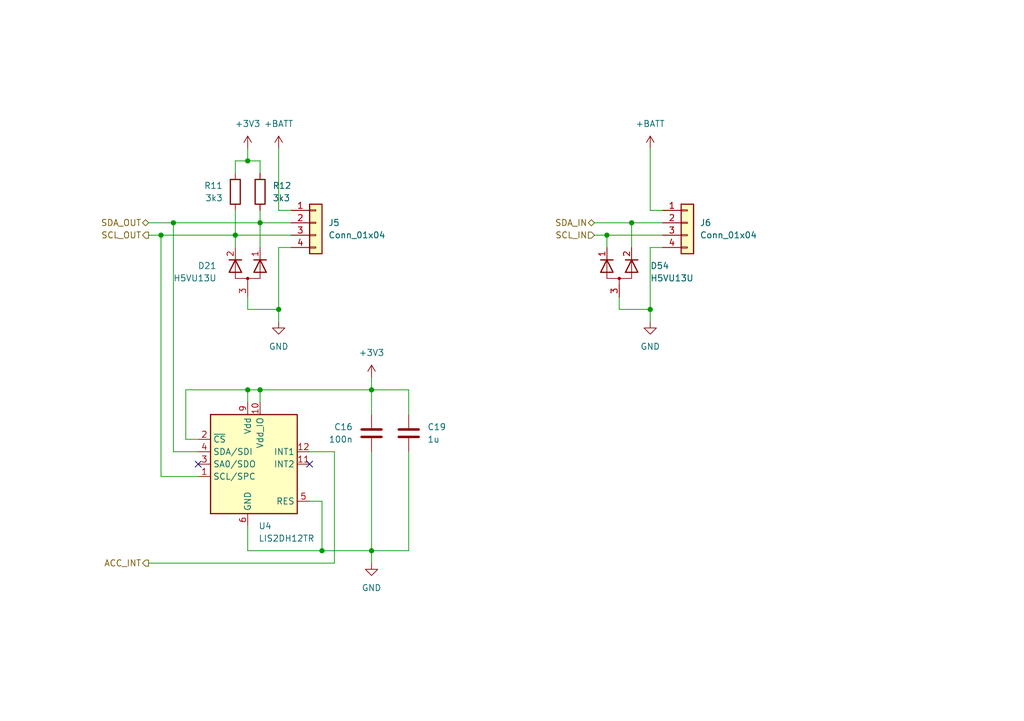
<source format=kicad_sch>
(kicad_sch (version 20230121) (generator eeschema)
  (paper "A5")
  (title_block (title "acceleration sensor and I2C connectors") (date "2024-07-31") (rev "1.0"))
  (lib_symbols
    (symbol "drake_10b:+3V3" (power) (pin_names (offset 0))
      (property "Value" "+3V3" (at 0 3.556 0))
      (symbol "+3V3_0_1"
        (polyline (pts (xy -0.762 1.27) (xy 0 2.54)))
        (polyline (pts (xy 0 0) (xy 0 2.54)))
        (polyline (pts (xy 0 2.54) (xy 0.762 1.27)))
      )
      (symbol "+3V3_1_1"
        (pin power_in line (at 0 0 90) (length 0) hide (name "+3V3") (number "1"))
      )
    )
    (symbol "drake_10b:+BATT" (power) (pin_names (offset 0))
      (property "Value" "+BATT" (at 0 3.556 0))
      (symbol "+BATT_0_1"
        (polyline (pts (xy -0.762 1.27) (xy 0 2.54)))
        (polyline (pts (xy 0 0) (xy 0 2.54)))
        (polyline (pts (xy 0 2.54) (xy 0.762 1.27)))
      )
      (symbol "+BATT_1_1"
        (pin power_in line (at 0 0 90) (length 0) hide (name "+BATT") (number "1"))
      )
    )
    (symbol "drake_10b:C" (pin_numbers hide) (pin_names (offset 0.254))
      (property "Reference" "C" (at 0.635 2.54 0))
      (property "Value" "C" (at 0.635 -2.54 0))
      (symbol "C_0_1"
        (polyline (pts (xy -2.032 -0.762) (xy 2.032 -0.762)) (stroke (width 0.508)))
        (polyline (pts (xy -2.032 0.762) (xy 2.032 0.762)) (stroke (width 0.508)))
      )
      (symbol "C_1_1"
        (pin passive line (at 0 3.81 270) (length 2.794) (name "~") (number "1"))
        (pin passive line (at 0 -3.81 90) (length 2.794) (name "~") (number "2"))
      )
    )
    (symbol "drake_10b:Conn_01x04" (pin_names (offset 1.016) hide)
      (property "Reference" "J" (at 0 5.08 0))
      (property "Value" "Conn_01x04" (at 0 -7.62 0))
      (symbol "Conn_01x04_1_1"
        (rectangle (start -1.27 -4.953) (end 0 -5.207) (stroke (width 0.1524)))
        (rectangle (start -1.27 -2.413) (end 0 -2.667) (stroke (width 0.1524)))
        (rectangle (start -1.27 0.127) (end 0 -0.127) (stroke (width 0.1524)))
        (rectangle (start -1.27 2.667) (end 0 2.413) (stroke (width 0.1524)))
        (rectangle (start -1.27 3.81) (end 1.27 -6.35) (stroke (width 0.254)) (fill (type background)))
        (pin passive line (at -5.08 2.54 0) (length 3.81) (name "Pin_1") (number "1"))
        (pin passive line (at -5.08 0 0) (length 3.81) (name "Pin_2") (number "2"))
        (pin passive line (at -5.08 -2.54 0) (length 3.81) (name "Pin_3") (number "3"))
        (pin passive line (at -5.08 -5.08 0) (length 3.81) (name "Pin_4") (number "4"))
      )
    )
    (symbol "drake_10b:D_Dual_CommonAnode_KKA_Parallel" (pin_names (offset 0.762) hide)
      (property "Reference" "D" (at 0 5.08 0))
      (property "Value" "D_Dual_CommonAnode_KKA_Parallel" (at 0 -5.08 0))
      (symbol "D_Dual_CommonAnode_KKA_Parallel_0_0"
        (polyline (pts (xy 2.54 -3.81) (xy 2.54 -1.27)) (stroke (width 0.254)))
        (polyline (pts (xy 2.54 1.27) (xy 2.54 3.81)) (stroke (width 0.254)))
      )
      (symbol "D_Dual_CommonAnode_KKA_Parallel_0_1"
        (circle (center -1.27 0) (radius 0.254) (fill (type outline)))
        (polyline (pts (xy -1.27 0) (xy -2.54 0)))
        (polyline (pts (xy 2.54 2.54) (xy -1.27 2.54) (xy -1.27 -2.54) (xy 2.54 -2.54)))
        (polyline (pts (xy 0 -1.27) (xy 2.54 -2.54) (xy 0 -3.81) (xy 0 -1.27) (xy 0 -1.27) (xy 0 -1.27)) (stroke (width 0.254)))
        (polyline (pts (xy 0 3.81) (xy 2.54 2.54) (xy 0 1.27) (xy 0 3.81) (xy 0 3.81) (xy 0 3.81)) (stroke (width 0.254)))
        (pin passive line (at 5.08 2.54 180) (length 2.54) (name "K") (number "1"))
        (pin passive line (at 5.08 -2.54 180) (length 2.54) (name "K") (number "2"))
        (pin passive line (at -5.08 0 0) (length 2.54) (name "A") (number "3"))
      )
    )
    (symbol "drake_10b:GND" (power) (pin_names (offset 0))
      (property "Value" "GND" (at 0 -3.81 0))
      (symbol "GND_0_1"
        (polyline (pts (xy 0 0) (xy 0 -1.27) (xy 1.27 -1.27) (xy 0 -2.54) (xy -1.27 -1.27) (xy 0 -1.27)))
      )
      (symbol "GND_1_1"
        (pin power_in line (at 0 0 270) (length 0) hide (name "GND") (number "1"))
      )
    )
    (symbol "drake_10b:LIS2HH12"
      (property "Reference" "U" (at -5.08 11.43 0))
      (property "Value" "LIS2HH12" (at 3.81 11.43 0))
      (symbol "LIS2HH12_0_1"
        (rectangle (start -7.62 10.16) (end 10.16 -10.16) (stroke (width 0.254)) (fill (type background)))
      )
      (symbol "LIS2HH12_1_1"
        (pin input line (at -10.16 -2.54 0) (length 2.54) (name "SCL/SPC") (number "1"))
        (pin power_in line (at 2.54 12.7 270) (length 2.54) (name "Vdd_IO") (number "10"))
        (pin output line (at 12.7 0 180) (length 2.54) (name "INT2") (number "11"))
        (pin output line (at 12.7 2.54 180) (length 2.54) (name "INT1") (number "12"))
        (pin input line (at -10.16 5.08 0) (length 2.54) (name "~{CS}") (number "2"))
        (pin bidirectional line (at -10.16 0 0) (length 2.54) (name "SA0/SDO") (number "3"))
        (pin bidirectional line (at -10.16 2.54 0) (length 2.54) (name "SDA/SDI") (number "4"))
        (pin passive line (at 12.7 -7.62 180) (length 2.54) (name "RES") (number "5"))
        (pin power_in line (at 0 -12.7 90) (length 2.54) (name "GND") (number "6"))
        (pin passive line (at 0 -12.7 90) (length 2.54) hide (name "GND") (number "7"))
        (pin passive line (at 0 -12.7 90) (length 2.54) hide (name "GND") (number "8"))
        (pin power_in line (at 0 12.7 270) (length 2.54) (name "Vdd") (number "9"))
      )
    )
    (symbol "drake_10b:R" (pin_numbers hide) (pin_names (offset 0))
      (property "Reference" "R" (at 2.032 0 90))
      (property "Value" "R" (at 0 0 90))
      (symbol "R_0_1"
        (rectangle (start -1.016 -2.54) (end 1.016 2.54) (stroke (width 0.254)))
      )
      (symbol "R_1_1"
        (pin passive line (at 0 3.81 270) (length 1.27) (name "~") (number "1"))
        (pin passive line (at 0 -3.81 90) (length 1.27) (name "~") (number "2"))
      )
    )
  )
  (junction (at 76.2 113.03))
  (junction (at 129.54 45.72))
  (junction (at 53.34 45.72))
  (junction (at 124.46 48.26))
  (junction (at 57.15 63.5))
  (junction (at 50.8 33.02))
  (junction (at 76.2 80.01))
  (junction (at 66.04 113.03))
  (junction (at 33.02 48.26))
  (junction (at 50.8 80.01))
  (junction (at 48.26 48.26))
  (junction (at 35.56 45.72))
  (junction (at 53.34 80.01))
  (junction (at 133.35 63.5))
  (no_connect (at 40.64 95.25))
  (no_connect (at 63.5 95.25))
  (wire (pts (xy 121.92 45.72) (xy 129.54 45.72)))
  (wire (pts (xy 127 63.5) (xy 133.35 63.5)))
  (wire (pts (xy 135.89 50.8) (xy 133.35 50.8)))
  (wire (pts (xy 30.48 115.57) (xy 68.58 115.57)))
  (wire (pts (xy 83.82 80.01) (xy 83.82 85.09)))
  (wire (pts (xy 63.5 92.71) (xy 68.58 92.71)))
  (wire (pts (xy 133.35 30.48) (xy 133.35 43.18)))
  (wire (pts (xy 124.46 48.26) (xy 124.46 50.8)))
  (wire (pts (xy 50.8 33.02) (xy 48.26 33.02)))
  (wire (pts (xy 133.35 43.18) (xy 135.89 43.18)))
  (wire (pts (xy 57.15 43.18) (xy 59.69 43.18)))
  (wire (pts (xy 76.2 80.01) (xy 83.82 80.01)))
  (wire (pts (xy 129.54 45.72) (xy 129.54 50.8)))
  (wire (pts (xy 133.35 50.8) (xy 133.35 63.5)))
  (wire (pts (xy 50.8 80.01) (xy 53.34 80.01)))
  (wire (pts (xy 121.92 48.26) (xy 124.46 48.26)))
  (wire (pts (xy 50.8 60.96) (xy 50.8 63.5)))
  (wire (pts (xy 59.69 50.8) (xy 57.15 50.8)))
  (wire (pts (xy 66.04 102.87) (xy 63.5 102.87)))
  (wire (pts (xy 57.15 30.48) (xy 57.15 43.18)))
  (wire (pts (xy 133.35 63.5) (xy 133.35 66.04)))
  (wire (pts (xy 35.56 92.71) (xy 40.64 92.71)))
  (wire (pts (xy 50.8 80.01) (xy 50.8 82.55)))
  (wire (pts (xy 127 60.96) (xy 127 63.5)))
  (wire (pts (xy 50.8 30.48) (xy 50.8 33.02)))
  (wire (pts (xy 76.2 92.71) (xy 76.2 113.03)))
  (wire (pts (xy 50.8 113.03) (xy 66.04 113.03)))
  (wire (pts (xy 83.82 113.03) (xy 83.82 92.71)))
  (wire (pts (xy 35.56 92.71) (xy 35.56 45.72)))
  (wire (pts (xy 48.26 33.02) (xy 48.26 35.56)))
  (wire (pts (xy 38.1 80.01) (xy 50.8 80.01)))
  (wire (pts (xy 53.34 80.01) (xy 76.2 80.01)))
  (wire (pts (xy 124.46 48.26) (xy 135.89 48.26)))
  (wire (pts (xy 33.02 97.79) (xy 40.64 97.79)))
  (wire (pts (xy 129.54 45.72) (xy 135.89 45.72)))
  (wire (pts (xy 48.26 43.18) (xy 48.26 48.26)))
  (wire (pts (xy 48.26 48.26) (xy 59.69 48.26)))
  (wire (pts (xy 53.34 45.72) (xy 53.34 50.8)))
  (wire (pts (xy 30.48 48.26) (xy 33.02 48.26)))
  (wire (pts (xy 38.1 90.17) (xy 38.1 80.01)))
  (wire (pts (xy 48.26 48.26) (xy 48.26 50.8)))
  (wire (pts (xy 33.02 97.79) (xy 33.02 48.26)))
  (wire (pts (xy 53.34 45.72) (xy 59.69 45.72)))
  (wire (pts (xy 33.02 48.26) (xy 48.26 48.26)))
  (wire (pts (xy 30.48 45.72) (xy 35.56 45.72)))
  (wire (pts (xy 66.04 113.03) (xy 76.2 113.03)))
  (wire (pts (xy 76.2 113.03) (xy 83.82 113.03)))
  (wire (pts (xy 40.64 90.17) (xy 38.1 90.17)))
  (wire (pts (xy 50.8 107.95) (xy 50.8 113.03)))
  (wire (pts (xy 50.8 63.5) (xy 57.15 63.5)))
  (wire (pts (xy 57.15 63.5) (xy 57.15 66.04)))
  (wire (pts (xy 76.2 80.01) (xy 76.2 85.09)))
  (wire (pts (xy 76.2 80.01) (xy 76.2 77.47)))
  (wire (pts (xy 53.34 33.02) (xy 53.34 35.56)))
  (wire (pts (xy 53.34 80.01) (xy 53.34 82.55)))
  (wire (pts (xy 57.15 50.8) (xy 57.15 63.5)))
  (wire (pts (xy 50.8 33.02) (xy 53.34 33.02)))
  (wire (pts (xy 53.34 43.18) (xy 53.34 45.72)))
  (wire (pts (xy 68.58 92.71) (xy 68.58 115.57)))
  (wire (pts (xy 76.2 113.03) (xy 76.2 115.57)))
  (wire (pts (xy 66.04 102.87) (xy 66.04 113.03)))
  (wire (pts (xy 35.56 45.72) (xy 53.34 45.72)))
  (hierarchical_label "SCL_IN" (shape input) (at 121.92 48.26 180))
  (hierarchical_label "SDA_IN" (shape bidirectional) (at 121.92 45.72 180))
  (hierarchical_label "ACC_INT" (shape output) (at 30.48 115.57 180))
  (hierarchical_label "SCL_OUT" (shape output) (at 30.48 48.26 180))
  (hierarchical_label "SDA_OUT" (shape bidirectional) (at 30.48 45.72 180))
  (symbol (lib_id "drake_10b:GND") (at 133.35 66.04 0) (unit 1)
    (property "Reference" "#PWR032" (effects hide))
    (property "Value" "GND" (at 133.35 71.12 0))
  )
  (symbol (lib_id "drake_10b:+BATT") (at 133.35 30.48 0) (unit 1)
    (property "Reference" "#PWR031" (effects hide))
    (property "Value" "+BATT" (at 133.35 25.4 0))
  )
  (symbol (lib_id "drake_10b:C") (at 76.2 88.9 0) (mirror y) (unit 1)
    (property "Reference" "C16" (at 72.39 87.63 0) (effects (justify left)))
    (property "Value" "100n" (at 72.39 90.17 0) (effects (justify left)))
    (property "Footprint" "Library:C_0402_1005Metric" (effects hide))
    (property "JLC" "0402" (effects hide))
    (property "LCSC" "C307331" (effects hide))
  )
  (symbol (lib_id "drake_10b:+3V3") (at 76.2 77.47 0) (unit 1)
    (property "Reference" "#PWR05" (effects hide))
    (property "Value" "+3V3" (at 76.2 72.39 0))
  )
  (symbol (lib_id "drake_10b:C") (at 83.82 88.9 0) (unit 1)
    (property "Reference" "C19" (at 87.63 87.63 0) (effects (justify left)))
    (property "Value" "1u" (at 87.63 90.17 0) (effects (justify left)))
    (property "Footprint" "Library:C_0402_1005Metric" (effects hide))
    (property "JLC" "0402" (effects hide))
    (property "LCSC" "C52923" (effects hide))
  )
  (symbol (lib_id "drake_10b:R") (at 53.34 39.37 180) (unit 1)
    (property "Reference" "R12" (at 55.88 38.1 0) (effects (justify right)))
    (property "Value" "3k3" (at 55.88 40.64 0) (effects (justify right)))
    (property "Footprint" "Library:R_0402_1005Metric" (effects hide))
    (property "JLC" "0402" (effects hide))
    (property "LCSC" "C25890" (effects hide))
  )
  (symbol (lib_id "drake_10b:GND") (at 76.2 115.57 0) (unit 1)
    (property "Reference" "#PWR014" (effects hide))
    (property "Value" "GND" (at 76.2 120.65 0))
  )
  (symbol (lib_id "drake_10b:Conn_01x04") (at 64.77 45.72 0) (unit 1)
    (property "Reference" "J5" (at 67.31 45.72 0) (effects (justify left)))
    (property "Value" "Conn_01x04" (at 67.31 48.26 0) (effects (justify left)))
    (property "Footprint" "Library:Jushuo_AFC01-S04FCC-00_1x04-1MP_P0.50_Horizontal" (effects hide))
    (property "JLC" "SMD,P=0.5mm" (effects hide))
    (property "LCSC" "C262260" (effects hide))
  )
  (symbol (lib_id "drake_10b:LIS2HH12") (at 50.8 95.25 0) (unit 1)
    (property "Reference" "U4" (at 52.9941 107.95 0) (effects (justify left)))
    (property "Value" "LIS2DH12TR" (at 52.9941 110.49 0) (effects (justify left)))
    (property "Footprint" "Library:LGA-12_2x2mm_P0.5mm" (effects hide))
    (property "Datasheet" "www.st.com/resource/en/datasheet/lis2hh12.pdf" (effects hide))
    (property "JLC" "LGA-12" (effects hide))
    (property "LCSC" "C110926" (effects hide))
  )
  (symbol (lib_id "drake_10b:+BATT") (at 57.15 30.48 0) (unit 1)
    (property "Reference" "#PWR021" (effects hide))
    (property "Value" "+BATT" (at 57.15 25.4 0))
  )
  (symbol (lib_id "drake_10b:+3V3") (at 50.8 30.48 0) (unit 1)
    (property "Reference" "#PWR015" (effects hide))
    (property "Value" "+3V3" (at 50.8 25.4 0))
  )
  (symbol (lib_id "drake_10b:R") (at 48.26 39.37 0) (mirror x) (unit 1)
    (property "Reference" "R11" (at 45.72 38.1 0) (effects (justify right)))
    (property "Value" "3k3" (at 45.72 40.64 0) (effects (justify right)))
    (property "Footprint" "Library:R_0402_1005Metric" (effects hide))
    (property "JLC" "0402" (effects hide))
    (property "LCSC" "C25890" (effects hide))
  )
  (symbol (lib_id "drake_10b:Conn_01x04") (at 140.97 45.72 0) (unit 1)
    (property "Reference" "J6" (at 143.51 45.72 0) (effects (justify left)))
    (property "Value" "Conn_01x04" (at 143.51 48.26 0) (effects (justify left)))
    (property "Footprint" "Library:Jushuo_AFC01-S04FCC-00_1x04-1MP_P0.50_Horizontal" (effects hide))
    (property "JLC" "SMD,P=0.5mm" (effects hide))
    (property "LCSC" "C262260" (effects hide))
  )
  (symbol (lib_id "drake_10b:D_Dual_CommonAnode_KKA_Parallel") (at 127 55.88 90) (unit 1)
    (property "Reference" "D54" (at 133.35 54.5465 90) (effects (justify right)))
    (property "Value" "H5VU13U" (at 133.35 57.0865 90) (effects (justify right)))
    (property "Footprint" "Library:Diodes_DFN1006-3" (effects hide))
    (property "JLC" "DFN1006-3L" (effects hide))
    (property "LCSC" "C20615795" (effects hide))
  )
  (symbol (lib_id "drake_10b:D_Dual_CommonAnode_KKA_Parallel") (at 50.8 55.88 270) (mirror x) (unit 1)
    (property "Reference" "D21" (at 44.45 54.5465 90) (effects (justify right)))
    (property "Value" "H5VU13U" (at 44.45 57.0865 90) (effects (justify right)))
    (property "Footprint" "Library:Diodes_DFN1006-3" (effects hide))
    (property "JLC" "DFN1006-3L" (effects hide))
    (property "LCSC" "C20615795" (effects hide))
  )
  (symbol (lib_id "drake_10b:GND") (at 57.15 66.04 0) (unit 1)
    (property "Reference" "#PWR030" (effects hide))
    (property "Value" "GND" (at 57.15 71.12 0))
  )
)
</source>
